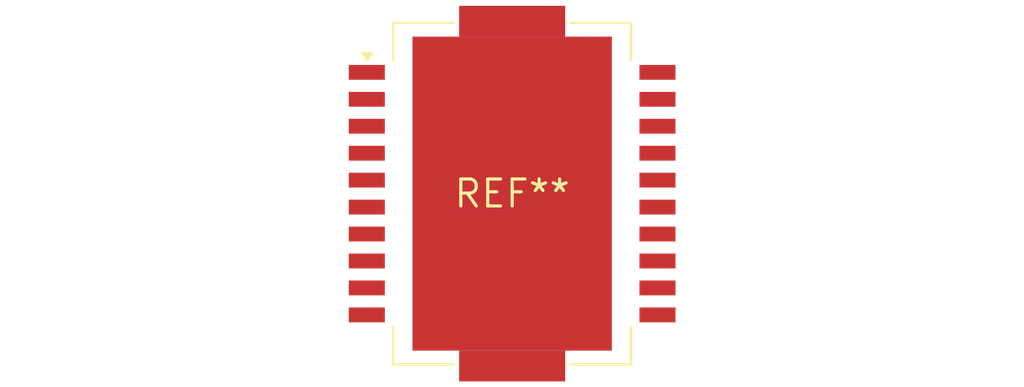
<source format=kicad_pcb>
(kicad_pcb (version 20240108) (generator pcbnew)
  (layers (0 "F.Cu" signal) (31 "B.Cu" signal) (34 "B.Paste" user) (35 "F.Paste" user) (36 "B.SilkS" user "B.Silkscreen") (37 "F.SilkS" user "F.Silkscreen") (38 "B.Mask" user) (39 "F.Mask" user) (44 "Edge.Cuts" user))
  (net 0 "")
  (footprint "HSOP-20-1EP_11.0x15.9mm_P1.27mm_SlugDown" (layer "F.Cu") (at 0 0)
    (property "Reference" "REF**")
    (property "Value" "HSOP-20-1EP_11.0x15.9mm_P1.27mm_SlugDown")
    (fp_line (start -5.6 -8.05) (end -5.6 -6.3) (layer "F.SilkS") (stroke (width 0.12)))
    (fp_line (start -5.6 8.05) (end -5.6 6.3) (layer "F.SilkS") (stroke (width 0.12)))
    (fp_line (start -2.75 -8.05) (end -5.6 -8.05) (layer "F.SilkS") (stroke (width 0.12)))
    (fp_line (start -2.75 8.05) (end -5.6 8.05) (layer "F.SilkS") (stroke (width 0.12)))
    (fp_line (start 5.6 -8.05) (end 2.75 -8.05) (layer "F.SilkS") (stroke (width 0.12)))
    (fp_line (start 5.6 -8.05) (end 5.6 -6.3) (layer "F.SilkS") (stroke (width 0.12)))
    (fp_line (start 5.6 8.05) (end 2.75 8.05) (layer "F.SilkS") (stroke (width 0.12)))
    (fp_line (start 5.6 8.05) (end 5.6 6.3) (layer "F.SilkS") (stroke (width 0.12)))
    (fp_poly (pts (xy -6.825 -6.3) (xy -7.065 -6.63) (xy -6.585 -6.63) (xy -6.825 -6.3)) (layer "F.SilkS") (stroke (width 0.12)) (fill solid))
    (pad "1" smd rect (at -6.85 -5.715) (size 1.7 0.7) (layers "F.Cu" "F.Paste" "F.Mask"))
    (pad "2" smd rect (at -6.85 -4.445) (size 1.7 0.7) (layers "F.Cu" "F.Paste" "F.Mask"))
    (pad "3" smd rect (at -6.85 -3.175) (size 1.7 0.7) (layers "F.Cu" "F.Paste" "F.Mask"))
    (pad "4" smd rect (at -6.85 -1.905) (size 1.7 0.7) (layers "F.Cu" "F.Paste" "F.Mask"))
    (pad "5" smd rect (at -6.85 -0.635) (size 1.7 0.7) (layers "F.Cu" "F.Paste" "F.Mask"))
    (pad "6" smd rect (at -6.85 0.635) (size 1.7 0.7) (layers "F.Cu" "F.Paste" "F.Mask"))
    (pad "7" smd rect (at -6.85 1.905) (size 1.7 0.7) (layers "F.Cu" "F.Paste" "F.Mask"))
    (pad "8" smd rect (at -6.85 3.175) (size 1.7 0.7) (layers "F.Cu" "F.Paste" "F.Mask"))
    (pad "9" smd rect (at -6.85 4.445) (size 1.7 0.7) (layers "F.Cu" "F.Paste" "F.Mask"))
    (pad "10" smd rect (at -6.85 5.715) (size 1.7 0.7) (layers "F.Cu" "F.Paste" "F.Mask"))
    (pad "11" smd rect (at 6.85 5.715) (size 1.7 0.7) (layers "F.Cu" "F.Paste" "F.Mask"))
    (pad "12" smd rect (at 6.85 4.445) (size 1.7 0.7) (layers "F.Cu" "F.Paste" "F.Mask"))
    (pad "13" smd rect (at 6.85 3.175) (size 1.7 0.7) (layers "F.Cu" "F.Paste" "F.Mask"))
    (pad "14" smd rect (at 6.85 1.905) (size 1.7 0.7) (layers "F.Cu" "F.Paste" "F.Mask"))
    (pad "15" smd rect (at 6.85 0.635) (size 1.7 0.7) (layers "F.Cu" "F.Paste" "F.Mask"))
    (pad "16" smd rect (at 6.85 -0.635) (size 1.7 0.7) (layers "F.Cu" "F.Paste" "F.Mask"))
    (pad "17" smd rect (at 6.85 -1.905) (size 1.7 0.7) (layers "F.Cu" "F.Paste" "F.Mask"))
    (pad "18" smd rect (at 6.85 -3.175) (size 1.7 0.7) (layers "F.Cu" "F.Paste" "F.Mask"))
    (pad "19" smd rect (at 6.85 -4.445) (size 1.7 0.7) (layers "F.Cu" "F.Paste" "F.Mask"))
    (pad "20" smd rect (at 6.85 -5.715) (size 1.7 0.7) (layers "F.Cu" "F.Paste" "F.Mask"))
    (pad "21" smd rect (at 0 -8.125) (size 5 1.45) (layers "F.Cu" "F.Paste" "F.Mask"))
    (pad "21" smd rect (at 0 0) (size 9.4 14.8) (layers "F.Cu" "F.Paste" "F.Mask"))
    (pad "21" smd rect (at 0 8.125) (size 5 1.45) (layers "F.Cu" "F.Paste" "F.Mask"))
  )
)
</source>
